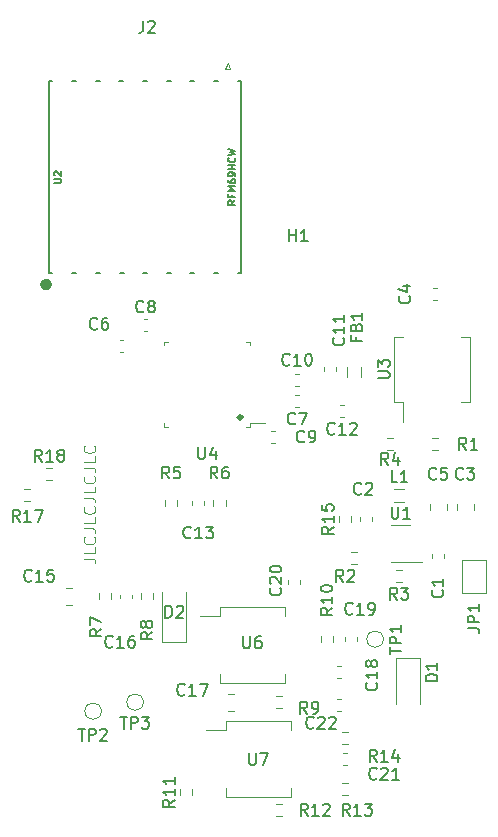
<source format=gbr>
%TF.GenerationSoftware,KiCad,Pcbnew,6.0.11-2627ca5db0~126~ubuntu22.04.1*%
%TF.CreationDate,2023-02-27T20:23:57+01:00*%
%TF.ProjectId,STM32 PIR Sensor,53544d33-3220-4504-9952-2053656e736f,rev?*%
%TF.SameCoordinates,Original*%
%TF.FileFunction,Legend,Top*%
%TF.FilePolarity,Positive*%
%FSLAX46Y46*%
G04 Gerber Fmt 4.6, Leading zero omitted, Abs format (unit mm)*
G04 Created by KiCad (PCBNEW 6.0.11-2627ca5db0~126~ubuntu22.04.1) date 2023-02-27 20:23:57*
%MOMM*%
%LPD*%
G01*
G04 APERTURE LIST*
%ADD10C,0.329000*%
%ADD11C,0.125000*%
%ADD12C,0.150000*%
%ADD13C,0.127000*%
%ADD14C,0.120000*%
%ADD15C,0.203200*%
%ADD16C,0.508000*%
G04 APERTURE END LIST*
D10*
X231558500Y-67564000D02*
G75*
G03*
X231558500Y-67564000I-164500J0D01*
G01*
D11*
X218146380Y-79549047D02*
X218860666Y-79549047D01*
X219003523Y-79596666D01*
X219098761Y-79691904D01*
X219146380Y-79834761D01*
X219146380Y-79930000D01*
X219146380Y-78596666D02*
X219146380Y-79072857D01*
X218146380Y-79072857D01*
X219051142Y-77691904D02*
X219098761Y-77739523D01*
X219146380Y-77882380D01*
X219146380Y-77977619D01*
X219098761Y-78120476D01*
X219003523Y-78215714D01*
X218908285Y-78263333D01*
X218717809Y-78310952D01*
X218574952Y-78310952D01*
X218384476Y-78263333D01*
X218289238Y-78215714D01*
X218194000Y-78120476D01*
X218146380Y-77977619D01*
X218146380Y-77882380D01*
X218194000Y-77739523D01*
X218241619Y-77691904D01*
X218146380Y-76977619D02*
X218860666Y-76977619D01*
X219003523Y-77025238D01*
X219098761Y-77120476D01*
X219146380Y-77263333D01*
X219146380Y-77358571D01*
X219146380Y-76025238D02*
X219146380Y-76501428D01*
X218146380Y-76501428D01*
X219051142Y-75120476D02*
X219098761Y-75168095D01*
X219146380Y-75310952D01*
X219146380Y-75406190D01*
X219098761Y-75549047D01*
X219003523Y-75644285D01*
X218908285Y-75691904D01*
X218717809Y-75739523D01*
X218574952Y-75739523D01*
X218384476Y-75691904D01*
X218289238Y-75644285D01*
X218194000Y-75549047D01*
X218146380Y-75406190D01*
X218146380Y-75310952D01*
X218194000Y-75168095D01*
X218241619Y-75120476D01*
X218146380Y-74406190D02*
X218860666Y-74406190D01*
X219003523Y-74453809D01*
X219098761Y-74549047D01*
X219146380Y-74691904D01*
X219146380Y-74787142D01*
X219146380Y-73453809D02*
X219146380Y-73930000D01*
X218146380Y-73930000D01*
X219051142Y-72549047D02*
X219098761Y-72596666D01*
X219146380Y-72739523D01*
X219146380Y-72834761D01*
X219098761Y-72977619D01*
X219003523Y-73072857D01*
X218908285Y-73120476D01*
X218717809Y-73168095D01*
X218574952Y-73168095D01*
X218384476Y-73120476D01*
X218289238Y-73072857D01*
X218194000Y-72977619D01*
X218146380Y-72834761D01*
X218146380Y-72739523D01*
X218194000Y-72596666D01*
X218241619Y-72549047D01*
X218146380Y-71834761D02*
X218860666Y-71834761D01*
X219003523Y-71882380D01*
X219098761Y-71977619D01*
X219146380Y-72120476D01*
X219146380Y-72215714D01*
X219146380Y-70882380D02*
X219146380Y-71358571D01*
X218146380Y-71358571D01*
X219051142Y-69977619D02*
X219098761Y-70025238D01*
X219146380Y-70168095D01*
X219146380Y-70263333D01*
X219098761Y-70406190D01*
X219003523Y-70501428D01*
X218908285Y-70549047D01*
X218717809Y-70596666D01*
X218574952Y-70596666D01*
X218384476Y-70549047D01*
X218289238Y-70501428D01*
X218194000Y-70406190D01*
X218146380Y-70263333D01*
X218146380Y-70168095D01*
X218194000Y-70025238D01*
X218241619Y-69977619D01*
D12*
%TO.C,R13*%
X240657142Y-101290380D02*
X240323809Y-100814190D01*
X240085714Y-101290380D02*
X240085714Y-100290380D01*
X240466666Y-100290380D01*
X240561904Y-100338000D01*
X240609523Y-100385619D01*
X240657142Y-100480857D01*
X240657142Y-100623714D01*
X240609523Y-100718952D01*
X240561904Y-100766571D01*
X240466666Y-100814190D01*
X240085714Y-100814190D01*
X241609523Y-101290380D02*
X241038095Y-101290380D01*
X241323809Y-101290380D02*
X241323809Y-100290380D01*
X241228571Y-100433238D01*
X241133333Y-100528476D01*
X241038095Y-100576095D01*
X241942857Y-100290380D02*
X242561904Y-100290380D01*
X242228571Y-100671333D01*
X242371428Y-100671333D01*
X242466666Y-100718952D01*
X242514285Y-100766571D01*
X242561904Y-100861809D01*
X242561904Y-101099904D01*
X242514285Y-101195142D01*
X242466666Y-101242761D01*
X242371428Y-101290380D01*
X242085714Y-101290380D01*
X241990476Y-101242761D01*
X241942857Y-101195142D01*
%TO.C,C21*%
X242943142Y-98147142D02*
X242895523Y-98194761D01*
X242752666Y-98242380D01*
X242657428Y-98242380D01*
X242514571Y-98194761D01*
X242419333Y-98099523D01*
X242371714Y-98004285D01*
X242324095Y-97813809D01*
X242324095Y-97670952D01*
X242371714Y-97480476D01*
X242419333Y-97385238D01*
X242514571Y-97290000D01*
X242657428Y-97242380D01*
X242752666Y-97242380D01*
X242895523Y-97290000D01*
X242943142Y-97337619D01*
X243324095Y-97337619D02*
X243371714Y-97290000D01*
X243466952Y-97242380D01*
X243705047Y-97242380D01*
X243800285Y-97290000D01*
X243847904Y-97337619D01*
X243895523Y-97432857D01*
X243895523Y-97528095D01*
X243847904Y-97670952D01*
X243276476Y-98242380D01*
X243895523Y-98242380D01*
X244847904Y-98242380D02*
X244276476Y-98242380D01*
X244562190Y-98242380D02*
X244562190Y-97242380D01*
X244466952Y-97385238D01*
X244371714Y-97480476D01*
X244276476Y-97528095D01*
%TO.C,C15*%
X213733142Y-81383142D02*
X213685523Y-81430761D01*
X213542666Y-81478380D01*
X213447428Y-81478380D01*
X213304571Y-81430761D01*
X213209333Y-81335523D01*
X213161714Y-81240285D01*
X213114095Y-81049809D01*
X213114095Y-80906952D01*
X213161714Y-80716476D01*
X213209333Y-80621238D01*
X213304571Y-80526000D01*
X213447428Y-80478380D01*
X213542666Y-80478380D01*
X213685523Y-80526000D01*
X213733142Y-80573619D01*
X214685523Y-81478380D02*
X214114095Y-81478380D01*
X214399809Y-81478380D02*
X214399809Y-80478380D01*
X214304571Y-80621238D01*
X214209333Y-80716476D01*
X214114095Y-80764095D01*
X215590285Y-80478380D02*
X215114095Y-80478380D01*
X215066476Y-80954571D01*
X215114095Y-80906952D01*
X215209333Y-80859333D01*
X215447428Y-80859333D01*
X215542666Y-80906952D01*
X215590285Y-80954571D01*
X215637904Y-81049809D01*
X215637904Y-81287904D01*
X215590285Y-81383142D01*
X215542666Y-81430761D01*
X215447428Y-81478380D01*
X215209333Y-81478380D01*
X215114095Y-81430761D01*
X215066476Y-81383142D01*
%TO.C,U6*%
X231648095Y-86120380D02*
X231648095Y-86929904D01*
X231695714Y-87025142D01*
X231743333Y-87072761D01*
X231838571Y-87120380D01*
X232029047Y-87120380D01*
X232124285Y-87072761D01*
X232171904Y-87025142D01*
X232219523Y-86929904D01*
X232219523Y-86120380D01*
X233124285Y-86120380D02*
X232933809Y-86120380D01*
X232838571Y-86168000D01*
X232790952Y-86215619D01*
X232695714Y-86358476D01*
X232648095Y-86548952D01*
X232648095Y-86929904D01*
X232695714Y-87025142D01*
X232743333Y-87072761D01*
X232838571Y-87120380D01*
X233029047Y-87120380D01*
X233124285Y-87072761D01*
X233171904Y-87025142D01*
X233219523Y-86929904D01*
X233219523Y-86691809D01*
X233171904Y-86596571D01*
X233124285Y-86548952D01*
X233029047Y-86501333D01*
X232838571Y-86501333D01*
X232743333Y-86548952D01*
X232695714Y-86596571D01*
X232648095Y-86691809D01*
%TO.C,C2*%
X241641333Y-74017142D02*
X241593714Y-74064761D01*
X241450857Y-74112380D01*
X241355619Y-74112380D01*
X241212761Y-74064761D01*
X241117523Y-73969523D01*
X241069904Y-73874285D01*
X241022285Y-73683809D01*
X241022285Y-73540952D01*
X241069904Y-73350476D01*
X241117523Y-73255238D01*
X241212761Y-73160000D01*
X241355619Y-73112380D01*
X241450857Y-73112380D01*
X241593714Y-73160000D01*
X241641333Y-73207619D01*
X242022285Y-73207619D02*
X242069904Y-73160000D01*
X242165142Y-73112380D01*
X242403238Y-73112380D01*
X242498476Y-73160000D01*
X242546095Y-73207619D01*
X242593714Y-73302857D01*
X242593714Y-73398095D01*
X242546095Y-73540952D01*
X241974666Y-74112380D01*
X242593714Y-74112380D01*
%TO.C,R14*%
X242943142Y-96718380D02*
X242609809Y-96242190D01*
X242371714Y-96718380D02*
X242371714Y-95718380D01*
X242752666Y-95718380D01*
X242847904Y-95766000D01*
X242895523Y-95813619D01*
X242943142Y-95908857D01*
X242943142Y-96051714D01*
X242895523Y-96146952D01*
X242847904Y-96194571D01*
X242752666Y-96242190D01*
X242371714Y-96242190D01*
X243895523Y-96718380D02*
X243324095Y-96718380D01*
X243609809Y-96718380D02*
X243609809Y-95718380D01*
X243514571Y-95861238D01*
X243419333Y-95956476D01*
X243324095Y-96004095D01*
X244752666Y-96051714D02*
X244752666Y-96718380D01*
X244514571Y-95670761D02*
X244276476Y-96385047D01*
X244895523Y-96385047D01*
%TO.C,R10*%
X239212380Y-83700857D02*
X238736190Y-84034190D01*
X239212380Y-84272285D02*
X238212380Y-84272285D01*
X238212380Y-83891333D01*
X238260000Y-83796095D01*
X238307619Y-83748476D01*
X238402857Y-83700857D01*
X238545714Y-83700857D01*
X238640952Y-83748476D01*
X238688571Y-83796095D01*
X238736190Y-83891333D01*
X238736190Y-84272285D01*
X239212380Y-82748476D02*
X239212380Y-83319904D01*
X239212380Y-83034190D02*
X238212380Y-83034190D01*
X238355238Y-83129428D01*
X238450476Y-83224666D01*
X238498095Y-83319904D01*
X238212380Y-82129428D02*
X238212380Y-82034190D01*
X238260000Y-81938952D01*
X238307619Y-81891333D01*
X238402857Y-81843714D01*
X238593333Y-81796095D01*
X238831428Y-81796095D01*
X239021904Y-81843714D01*
X239117142Y-81891333D01*
X239164761Y-81938952D01*
X239212380Y-82034190D01*
X239212380Y-82129428D01*
X239164761Y-82224666D01*
X239117142Y-82272285D01*
X239021904Y-82319904D01*
X238831428Y-82367523D01*
X238593333Y-82367523D01*
X238402857Y-82319904D01*
X238307619Y-82272285D01*
X238260000Y-82224666D01*
X238212380Y-82129428D01*
%TO.C,R5*%
X225385333Y-72741880D02*
X225052000Y-72265690D01*
X224813904Y-72741880D02*
X224813904Y-71741880D01*
X225194857Y-71741880D01*
X225290095Y-71789500D01*
X225337714Y-71837119D01*
X225385333Y-71932357D01*
X225385333Y-72075214D01*
X225337714Y-72170452D01*
X225290095Y-72218071D01*
X225194857Y-72265690D01*
X224813904Y-72265690D01*
X226290095Y-71741880D02*
X225813904Y-71741880D01*
X225766285Y-72218071D01*
X225813904Y-72170452D01*
X225909142Y-72122833D01*
X226147238Y-72122833D01*
X226242476Y-72170452D01*
X226290095Y-72218071D01*
X226337714Y-72313309D01*
X226337714Y-72551404D01*
X226290095Y-72646642D01*
X226242476Y-72694261D01*
X226147238Y-72741880D01*
X225909142Y-72741880D01*
X225813904Y-72694261D01*
X225766285Y-72646642D01*
%TO.C,R11*%
X225844380Y-99956857D02*
X225368190Y-100290190D01*
X225844380Y-100528285D02*
X224844380Y-100528285D01*
X224844380Y-100147333D01*
X224892000Y-100052095D01*
X224939619Y-100004476D01*
X225034857Y-99956857D01*
X225177714Y-99956857D01*
X225272952Y-100004476D01*
X225320571Y-100052095D01*
X225368190Y-100147333D01*
X225368190Y-100528285D01*
X225844380Y-99004476D02*
X225844380Y-99575904D01*
X225844380Y-99290190D02*
X224844380Y-99290190D01*
X224987238Y-99385428D01*
X225082476Y-99480666D01*
X225130095Y-99575904D01*
X225844380Y-98052095D02*
X225844380Y-98623523D01*
X225844380Y-98337809D02*
X224844380Y-98337809D01*
X224987238Y-98433047D01*
X225082476Y-98528285D01*
X225130095Y-98623523D01*
%TO.C,R8*%
X223972380Y-85764666D02*
X223496190Y-86098000D01*
X223972380Y-86336095D02*
X222972380Y-86336095D01*
X222972380Y-85955142D01*
X223020000Y-85859904D01*
X223067619Y-85812285D01*
X223162857Y-85764666D01*
X223305714Y-85764666D01*
X223400952Y-85812285D01*
X223448571Y-85859904D01*
X223496190Y-85955142D01*
X223496190Y-86336095D01*
X223400952Y-85193238D02*
X223353333Y-85288476D01*
X223305714Y-85336095D01*
X223210476Y-85383714D01*
X223162857Y-85383714D01*
X223067619Y-85336095D01*
X223020000Y-85288476D01*
X222972380Y-85193238D01*
X222972380Y-85002761D01*
X223020000Y-84907523D01*
X223067619Y-84859904D01*
X223162857Y-84812285D01*
X223210476Y-84812285D01*
X223305714Y-84859904D01*
X223353333Y-84907523D01*
X223400952Y-85002761D01*
X223400952Y-85193238D01*
X223448571Y-85288476D01*
X223496190Y-85336095D01*
X223591428Y-85383714D01*
X223781904Y-85383714D01*
X223877142Y-85336095D01*
X223924761Y-85288476D01*
X223972380Y-85193238D01*
X223972380Y-85002761D01*
X223924761Y-84907523D01*
X223877142Y-84859904D01*
X223781904Y-84812285D01*
X223591428Y-84812285D01*
X223496190Y-84859904D01*
X223448571Y-84907523D01*
X223400952Y-85002761D01*
%TO.C,JP1*%
X250658380Y-85415333D02*
X251372666Y-85415333D01*
X251515523Y-85462952D01*
X251610761Y-85558190D01*
X251658380Y-85701047D01*
X251658380Y-85796285D01*
X251658380Y-84939142D02*
X250658380Y-84939142D01*
X250658380Y-84558190D01*
X250706000Y-84462952D01*
X250753619Y-84415333D01*
X250848857Y-84367714D01*
X250991714Y-84367714D01*
X251086952Y-84415333D01*
X251134571Y-84462952D01*
X251182190Y-84558190D01*
X251182190Y-84939142D01*
X251658380Y-83415333D02*
X251658380Y-83986761D01*
X251658380Y-83701047D02*
X250658380Y-83701047D01*
X250801238Y-83796285D01*
X250896476Y-83891523D01*
X250944095Y-83986761D01*
%TO.C,C17*%
X226687142Y-91035142D02*
X226639523Y-91082761D01*
X226496666Y-91130380D01*
X226401428Y-91130380D01*
X226258571Y-91082761D01*
X226163333Y-90987523D01*
X226115714Y-90892285D01*
X226068095Y-90701809D01*
X226068095Y-90558952D01*
X226115714Y-90368476D01*
X226163333Y-90273238D01*
X226258571Y-90178000D01*
X226401428Y-90130380D01*
X226496666Y-90130380D01*
X226639523Y-90178000D01*
X226687142Y-90225619D01*
X227639523Y-91130380D02*
X227068095Y-91130380D01*
X227353809Y-91130380D02*
X227353809Y-90130380D01*
X227258571Y-90273238D01*
X227163333Y-90368476D01*
X227068095Y-90416095D01*
X227972857Y-90130380D02*
X228639523Y-90130380D01*
X228210952Y-91130380D01*
%TO.C,J2*%
X223186666Y-33996380D02*
X223186666Y-34710666D01*
X223139047Y-34853523D01*
X223043809Y-34948761D01*
X222900952Y-34996380D01*
X222805714Y-34996380D01*
X223615238Y-34091619D02*
X223662857Y-34044000D01*
X223758095Y-33996380D01*
X223996190Y-33996380D01*
X224091428Y-34044000D01*
X224139047Y-34091619D01*
X224186666Y-34186857D01*
X224186666Y-34282095D01*
X224139047Y-34424952D01*
X223567619Y-34996380D01*
X224186666Y-34996380D01*
%TO.C,U1*%
X244226595Y-75144380D02*
X244226595Y-75953904D01*
X244274214Y-76049142D01*
X244321833Y-76096761D01*
X244417071Y-76144380D01*
X244607547Y-76144380D01*
X244702785Y-76096761D01*
X244750404Y-76049142D01*
X244798023Y-75953904D01*
X244798023Y-75144380D01*
X245798023Y-76144380D02*
X245226595Y-76144380D01*
X245512309Y-76144380D02*
X245512309Y-75144380D01*
X245417071Y-75287238D01*
X245321833Y-75382476D01*
X245226595Y-75430095D01*
%TO.C,TP3*%
X221242095Y-92924380D02*
X221813523Y-92924380D01*
X221527809Y-93924380D02*
X221527809Y-92924380D01*
X222146857Y-93924380D02*
X222146857Y-92924380D01*
X222527809Y-92924380D01*
X222623047Y-92972000D01*
X222670666Y-93019619D01*
X222718285Y-93114857D01*
X222718285Y-93257714D01*
X222670666Y-93352952D01*
X222623047Y-93400571D01*
X222527809Y-93448190D01*
X222146857Y-93448190D01*
X223051619Y-92924380D02*
X223670666Y-92924380D01*
X223337333Y-93305333D01*
X223480190Y-93305333D01*
X223575428Y-93352952D01*
X223623047Y-93400571D01*
X223670666Y-93495809D01*
X223670666Y-93733904D01*
X223623047Y-93829142D01*
X223575428Y-93876761D01*
X223480190Y-93924380D01*
X223194476Y-93924380D01*
X223099238Y-93876761D01*
X223051619Y-93829142D01*
%TO.C,C16*%
X220591142Y-86971142D02*
X220543523Y-87018761D01*
X220400666Y-87066380D01*
X220305428Y-87066380D01*
X220162571Y-87018761D01*
X220067333Y-86923523D01*
X220019714Y-86828285D01*
X219972095Y-86637809D01*
X219972095Y-86494952D01*
X220019714Y-86304476D01*
X220067333Y-86209238D01*
X220162571Y-86114000D01*
X220305428Y-86066380D01*
X220400666Y-86066380D01*
X220543523Y-86114000D01*
X220591142Y-86161619D01*
X221543523Y-87066380D02*
X220972095Y-87066380D01*
X221257809Y-87066380D02*
X221257809Y-86066380D01*
X221162571Y-86209238D01*
X221067333Y-86304476D01*
X220972095Y-86352095D01*
X222400666Y-86066380D02*
X222210190Y-86066380D01*
X222114952Y-86114000D01*
X222067333Y-86161619D01*
X221972095Y-86304476D01*
X221924476Y-86494952D01*
X221924476Y-86875904D01*
X221972095Y-86971142D01*
X222019714Y-87018761D01*
X222114952Y-87066380D01*
X222305428Y-87066380D01*
X222400666Y-87018761D01*
X222448285Y-86971142D01*
X222495904Y-86875904D01*
X222495904Y-86637809D01*
X222448285Y-86542571D01*
X222400666Y-86494952D01*
X222305428Y-86447333D01*
X222114952Y-86447333D01*
X222019714Y-86494952D01*
X221972095Y-86542571D01*
X221924476Y-86637809D01*
%TO.C,U4*%
X227838095Y-70102380D02*
X227838095Y-70911904D01*
X227885714Y-71007142D01*
X227933333Y-71054761D01*
X228028571Y-71102380D01*
X228219047Y-71102380D01*
X228314285Y-71054761D01*
X228361904Y-71007142D01*
X228409523Y-70911904D01*
X228409523Y-70102380D01*
X229314285Y-70435714D02*
X229314285Y-71102380D01*
X229076190Y-70054761D02*
X228838095Y-70769047D01*
X229457142Y-70769047D01*
%TO.C,C3*%
X250277333Y-72747142D02*
X250229714Y-72794761D01*
X250086857Y-72842380D01*
X249991619Y-72842380D01*
X249848761Y-72794761D01*
X249753523Y-72699523D01*
X249705904Y-72604285D01*
X249658285Y-72413809D01*
X249658285Y-72270952D01*
X249705904Y-72080476D01*
X249753523Y-71985238D01*
X249848761Y-71890000D01*
X249991619Y-71842380D01*
X250086857Y-71842380D01*
X250229714Y-71890000D01*
X250277333Y-71937619D01*
X250610666Y-71842380D02*
X251229714Y-71842380D01*
X250896380Y-72223333D01*
X251039238Y-72223333D01*
X251134476Y-72270952D01*
X251182095Y-72318571D01*
X251229714Y-72413809D01*
X251229714Y-72651904D01*
X251182095Y-72747142D01*
X251134476Y-72794761D01*
X251039238Y-72842380D01*
X250753523Y-72842380D01*
X250658285Y-72794761D01*
X250610666Y-72747142D01*
%TO.C,R6*%
X229474333Y-72741880D02*
X229141000Y-72265690D01*
X228902904Y-72741880D02*
X228902904Y-71741880D01*
X229283857Y-71741880D01*
X229379095Y-71789500D01*
X229426714Y-71837119D01*
X229474333Y-71932357D01*
X229474333Y-72075214D01*
X229426714Y-72170452D01*
X229379095Y-72218071D01*
X229283857Y-72265690D01*
X228902904Y-72265690D01*
X230331476Y-71741880D02*
X230141000Y-71741880D01*
X230045761Y-71789500D01*
X229998142Y-71837119D01*
X229902904Y-71979976D01*
X229855285Y-72170452D01*
X229855285Y-72551404D01*
X229902904Y-72646642D01*
X229950523Y-72694261D01*
X230045761Y-72741880D01*
X230236238Y-72741880D01*
X230331476Y-72694261D01*
X230379095Y-72646642D01*
X230426714Y-72551404D01*
X230426714Y-72313309D01*
X230379095Y-72218071D01*
X230331476Y-72170452D01*
X230236238Y-72122833D01*
X230045761Y-72122833D01*
X229950523Y-72170452D01*
X229902904Y-72218071D01*
X229855285Y-72313309D01*
%TO.C,R2*%
X240117333Y-81478380D02*
X239784000Y-81002190D01*
X239545904Y-81478380D02*
X239545904Y-80478380D01*
X239926857Y-80478380D01*
X240022095Y-80526000D01*
X240069714Y-80573619D01*
X240117333Y-80668857D01*
X240117333Y-80811714D01*
X240069714Y-80906952D01*
X240022095Y-80954571D01*
X239926857Y-81002190D01*
X239545904Y-81002190D01*
X240498285Y-80573619D02*
X240545904Y-80526000D01*
X240641142Y-80478380D01*
X240879238Y-80478380D01*
X240974476Y-80526000D01*
X241022095Y-80573619D01*
X241069714Y-80668857D01*
X241069714Y-80764095D01*
X241022095Y-80906952D01*
X240450666Y-81478380D01*
X241069714Y-81478380D01*
%TO.C,C5*%
X247991333Y-72747142D02*
X247943714Y-72794761D01*
X247800857Y-72842380D01*
X247705619Y-72842380D01*
X247562761Y-72794761D01*
X247467523Y-72699523D01*
X247419904Y-72604285D01*
X247372285Y-72413809D01*
X247372285Y-72270952D01*
X247419904Y-72080476D01*
X247467523Y-71985238D01*
X247562761Y-71890000D01*
X247705619Y-71842380D01*
X247800857Y-71842380D01*
X247943714Y-71890000D01*
X247991333Y-71937619D01*
X248896095Y-71842380D02*
X248419904Y-71842380D01*
X248372285Y-72318571D01*
X248419904Y-72270952D01*
X248515142Y-72223333D01*
X248753238Y-72223333D01*
X248848476Y-72270952D01*
X248896095Y-72318571D01*
X248943714Y-72413809D01*
X248943714Y-72651904D01*
X248896095Y-72747142D01*
X248848476Y-72794761D01*
X248753238Y-72842380D01*
X248515142Y-72842380D01*
X248419904Y-72794761D01*
X248372285Y-72747142D01*
%TO.C,R7*%
X219654380Y-85510666D02*
X219178190Y-85844000D01*
X219654380Y-86082095D02*
X218654380Y-86082095D01*
X218654380Y-85701142D01*
X218702000Y-85605904D01*
X218749619Y-85558285D01*
X218844857Y-85510666D01*
X218987714Y-85510666D01*
X219082952Y-85558285D01*
X219130571Y-85605904D01*
X219178190Y-85701142D01*
X219178190Y-86082095D01*
X218654380Y-85177333D02*
X218654380Y-84510666D01*
X219654380Y-84939238D01*
%TO.C,R3*%
X244689333Y-83002380D02*
X244356000Y-82526190D01*
X244117904Y-83002380D02*
X244117904Y-82002380D01*
X244498857Y-82002380D01*
X244594095Y-82050000D01*
X244641714Y-82097619D01*
X244689333Y-82192857D01*
X244689333Y-82335714D01*
X244641714Y-82430952D01*
X244594095Y-82478571D01*
X244498857Y-82526190D01*
X244117904Y-82526190D01*
X245022666Y-82002380D02*
X245641714Y-82002380D01*
X245308380Y-82383333D01*
X245451238Y-82383333D01*
X245546476Y-82430952D01*
X245594095Y-82478571D01*
X245641714Y-82573809D01*
X245641714Y-82811904D01*
X245594095Y-82907142D01*
X245546476Y-82954761D01*
X245451238Y-83002380D01*
X245165523Y-83002380D01*
X245070285Y-82954761D01*
X245022666Y-82907142D01*
%TO.C,C10*%
X235577142Y-63095142D02*
X235529523Y-63142761D01*
X235386666Y-63190380D01*
X235291428Y-63190380D01*
X235148571Y-63142761D01*
X235053333Y-63047523D01*
X235005714Y-62952285D01*
X234958095Y-62761809D01*
X234958095Y-62618952D01*
X235005714Y-62428476D01*
X235053333Y-62333238D01*
X235148571Y-62238000D01*
X235291428Y-62190380D01*
X235386666Y-62190380D01*
X235529523Y-62238000D01*
X235577142Y-62285619D01*
X236529523Y-63190380D02*
X235958095Y-63190380D01*
X236243809Y-63190380D02*
X236243809Y-62190380D01*
X236148571Y-62333238D01*
X236053333Y-62428476D01*
X235958095Y-62476095D01*
X237148571Y-62190380D02*
X237243809Y-62190380D01*
X237339047Y-62238000D01*
X237386666Y-62285619D01*
X237434285Y-62380857D01*
X237481904Y-62571333D01*
X237481904Y-62809428D01*
X237434285Y-62999904D01*
X237386666Y-63095142D01*
X237339047Y-63142761D01*
X237243809Y-63190380D01*
X237148571Y-63190380D01*
X237053333Y-63142761D01*
X237005714Y-63095142D01*
X236958095Y-62999904D01*
X236910476Y-62809428D01*
X236910476Y-62571333D01*
X236958095Y-62380857D01*
X237005714Y-62285619D01*
X237053333Y-62238000D01*
X237148571Y-62190380D01*
%TO.C,R17*%
X212717142Y-76398380D02*
X212383809Y-75922190D01*
X212145714Y-76398380D02*
X212145714Y-75398380D01*
X212526666Y-75398380D01*
X212621904Y-75446000D01*
X212669523Y-75493619D01*
X212717142Y-75588857D01*
X212717142Y-75731714D01*
X212669523Y-75826952D01*
X212621904Y-75874571D01*
X212526666Y-75922190D01*
X212145714Y-75922190D01*
X213669523Y-76398380D02*
X213098095Y-76398380D01*
X213383809Y-76398380D02*
X213383809Y-75398380D01*
X213288571Y-75541238D01*
X213193333Y-75636476D01*
X213098095Y-75684095D01*
X214002857Y-75398380D02*
X214669523Y-75398380D01*
X214240952Y-76398380D01*
%TO.C,L1*%
X244689333Y-73070380D02*
X244213142Y-73070380D01*
X244213142Y-72070380D01*
X245546476Y-73070380D02*
X244975047Y-73070380D01*
X245260761Y-73070380D02*
X245260761Y-72070380D01*
X245165523Y-72213238D01*
X245070285Y-72308476D01*
X244975047Y-72356095D01*
%TO.C,R15*%
X239306380Y-76842857D02*
X238830190Y-77176190D01*
X239306380Y-77414285D02*
X238306380Y-77414285D01*
X238306380Y-77033333D01*
X238354000Y-76938095D01*
X238401619Y-76890476D01*
X238496857Y-76842857D01*
X238639714Y-76842857D01*
X238734952Y-76890476D01*
X238782571Y-76938095D01*
X238830190Y-77033333D01*
X238830190Y-77414285D01*
X239306380Y-75890476D02*
X239306380Y-76461904D01*
X239306380Y-76176190D02*
X238306380Y-76176190D01*
X238449238Y-76271428D01*
X238544476Y-76366666D01*
X238592095Y-76461904D01*
X238306380Y-74985714D02*
X238306380Y-75461904D01*
X238782571Y-75509523D01*
X238734952Y-75461904D01*
X238687333Y-75366666D01*
X238687333Y-75128571D01*
X238734952Y-75033333D01*
X238782571Y-74985714D01*
X238877809Y-74938095D01*
X239115904Y-74938095D01*
X239211142Y-74985714D01*
X239258761Y-75033333D01*
X239306380Y-75128571D01*
X239306380Y-75366666D01*
X239258761Y-75461904D01*
X239211142Y-75509523D01*
%TO.C,C8*%
X223210333Y-58593142D02*
X223162714Y-58640761D01*
X223019857Y-58688380D01*
X222924619Y-58688380D01*
X222781761Y-58640761D01*
X222686523Y-58545523D01*
X222638904Y-58450285D01*
X222591285Y-58259809D01*
X222591285Y-58116952D01*
X222638904Y-57926476D01*
X222686523Y-57831238D01*
X222781761Y-57736000D01*
X222924619Y-57688380D01*
X223019857Y-57688380D01*
X223162714Y-57736000D01*
X223210333Y-57783619D01*
X223781761Y-58116952D02*
X223686523Y-58069333D01*
X223638904Y-58021714D01*
X223591285Y-57926476D01*
X223591285Y-57878857D01*
X223638904Y-57783619D01*
X223686523Y-57736000D01*
X223781761Y-57688380D01*
X223972238Y-57688380D01*
X224067476Y-57736000D01*
X224115095Y-57783619D01*
X224162714Y-57878857D01*
X224162714Y-57926476D01*
X224115095Y-58021714D01*
X224067476Y-58069333D01*
X223972238Y-58116952D01*
X223781761Y-58116952D01*
X223686523Y-58164571D01*
X223638904Y-58212190D01*
X223591285Y-58307428D01*
X223591285Y-58497904D01*
X223638904Y-58593142D01*
X223686523Y-58640761D01*
X223781761Y-58688380D01*
X223972238Y-58688380D01*
X224067476Y-58640761D01*
X224115095Y-58593142D01*
X224162714Y-58497904D01*
X224162714Y-58307428D01*
X224115095Y-58212190D01*
X224067476Y-58164571D01*
X223972238Y-58116952D01*
%TO.C,C7*%
X236053333Y-68074642D02*
X236005714Y-68122261D01*
X235862857Y-68169880D01*
X235767619Y-68169880D01*
X235624761Y-68122261D01*
X235529523Y-68027023D01*
X235481904Y-67931785D01*
X235434285Y-67741309D01*
X235434285Y-67598452D01*
X235481904Y-67407976D01*
X235529523Y-67312738D01*
X235624761Y-67217500D01*
X235767619Y-67169880D01*
X235862857Y-67169880D01*
X236005714Y-67217500D01*
X236053333Y-67265119D01*
X236386666Y-67169880D02*
X237053333Y-67169880D01*
X236624761Y-68169880D01*
%TO.C,R12*%
X237101142Y-101290380D02*
X236767809Y-100814190D01*
X236529714Y-101290380D02*
X236529714Y-100290380D01*
X236910666Y-100290380D01*
X237005904Y-100338000D01*
X237053523Y-100385619D01*
X237101142Y-100480857D01*
X237101142Y-100623714D01*
X237053523Y-100718952D01*
X237005904Y-100766571D01*
X236910666Y-100814190D01*
X236529714Y-100814190D01*
X238053523Y-101290380D02*
X237482095Y-101290380D01*
X237767809Y-101290380D02*
X237767809Y-100290380D01*
X237672571Y-100433238D01*
X237577333Y-100528476D01*
X237482095Y-100576095D01*
X238434476Y-100385619D02*
X238482095Y-100338000D01*
X238577333Y-100290380D01*
X238815428Y-100290380D01*
X238910666Y-100338000D01*
X238958285Y-100385619D01*
X239005904Y-100480857D01*
X239005904Y-100576095D01*
X238958285Y-100718952D01*
X238386857Y-101290380D01*
X239005904Y-101290380D01*
%TO.C,C1*%
X248515142Y-82208666D02*
X248562761Y-82256285D01*
X248610380Y-82399142D01*
X248610380Y-82494380D01*
X248562761Y-82637238D01*
X248467523Y-82732476D01*
X248372285Y-82780095D01*
X248181809Y-82827714D01*
X248038952Y-82827714D01*
X247848476Y-82780095D01*
X247753238Y-82732476D01*
X247658000Y-82637238D01*
X247610380Y-82494380D01*
X247610380Y-82399142D01*
X247658000Y-82256285D01*
X247705619Y-82208666D01*
X248610380Y-81256285D02*
X248610380Y-81827714D01*
X248610380Y-81542000D02*
X247610380Y-81542000D01*
X247753238Y-81637238D01*
X247848476Y-81732476D01*
X247896095Y-81827714D01*
%TO.C,C9*%
X236815333Y-69598642D02*
X236767714Y-69646261D01*
X236624857Y-69693880D01*
X236529619Y-69693880D01*
X236386761Y-69646261D01*
X236291523Y-69551023D01*
X236243904Y-69455785D01*
X236196285Y-69265309D01*
X236196285Y-69122452D01*
X236243904Y-68931976D01*
X236291523Y-68836738D01*
X236386761Y-68741500D01*
X236529619Y-68693880D01*
X236624857Y-68693880D01*
X236767714Y-68741500D01*
X236815333Y-68789119D01*
X237291523Y-69693880D02*
X237482000Y-69693880D01*
X237577238Y-69646261D01*
X237624857Y-69598642D01*
X237720095Y-69455785D01*
X237767714Y-69265309D01*
X237767714Y-68884357D01*
X237720095Y-68789119D01*
X237672476Y-68741500D01*
X237577238Y-68693880D01*
X237386761Y-68693880D01*
X237291523Y-68741500D01*
X237243904Y-68789119D01*
X237196285Y-68884357D01*
X237196285Y-69122452D01*
X237243904Y-69217690D01*
X237291523Y-69265309D01*
X237386761Y-69312928D01*
X237577238Y-69312928D01*
X237672476Y-69265309D01*
X237720095Y-69217690D01*
X237767714Y-69122452D01*
D13*
%TO.C,U2*%
X215647451Y-47708457D02*
X216140937Y-47708457D01*
X216198994Y-47679428D01*
X216228022Y-47650400D01*
X216257051Y-47592342D01*
X216257051Y-47476228D01*
X216228022Y-47418171D01*
X216198994Y-47389142D01*
X216140937Y-47360114D01*
X215647451Y-47360114D01*
X215705508Y-47098857D02*
X215676480Y-47069828D01*
X215647451Y-47011771D01*
X215647451Y-46866628D01*
X215676480Y-46808571D01*
X215705508Y-46779542D01*
X215763565Y-46750514D01*
X215821622Y-46750514D01*
X215908708Y-46779542D01*
X216257051Y-47127885D01*
X216257051Y-46750514D01*
X230989051Y-49217942D02*
X230698765Y-49421142D01*
X230989051Y-49566285D02*
X230379451Y-49566285D01*
X230379451Y-49334057D01*
X230408480Y-49276000D01*
X230437508Y-49246971D01*
X230495565Y-49217942D01*
X230582651Y-49217942D01*
X230640708Y-49246971D01*
X230669737Y-49276000D01*
X230698765Y-49334057D01*
X230698765Y-49566285D01*
X230669737Y-48753485D02*
X230669737Y-48956685D01*
X230989051Y-48956685D02*
X230379451Y-48956685D01*
X230379451Y-48666400D01*
X230989051Y-48434171D02*
X230379451Y-48434171D01*
X230814880Y-48230971D01*
X230379451Y-48027771D01*
X230989051Y-48027771D01*
X230379451Y-47476228D02*
X230379451Y-47592342D01*
X230408480Y-47650400D01*
X230437508Y-47679428D01*
X230524594Y-47737485D01*
X230640708Y-47766514D01*
X230872937Y-47766514D01*
X230930994Y-47737485D01*
X230960022Y-47708457D01*
X230989051Y-47650400D01*
X230989051Y-47534285D01*
X230960022Y-47476228D01*
X230930994Y-47447200D01*
X230872937Y-47418171D01*
X230727794Y-47418171D01*
X230669737Y-47447200D01*
X230640708Y-47476228D01*
X230611680Y-47534285D01*
X230611680Y-47650400D01*
X230640708Y-47708457D01*
X230669737Y-47737485D01*
X230727794Y-47766514D01*
X230989051Y-47127885D02*
X230989051Y-47011771D01*
X230960022Y-46953714D01*
X230930994Y-46924685D01*
X230843908Y-46866628D01*
X230727794Y-46837600D01*
X230495565Y-46837600D01*
X230437508Y-46866628D01*
X230408480Y-46895657D01*
X230379451Y-46953714D01*
X230379451Y-47069828D01*
X230408480Y-47127885D01*
X230437508Y-47156914D01*
X230495565Y-47185942D01*
X230640708Y-47185942D01*
X230698765Y-47156914D01*
X230727794Y-47127885D01*
X230756822Y-47069828D01*
X230756822Y-46953714D01*
X230727794Y-46895657D01*
X230698765Y-46866628D01*
X230640708Y-46837600D01*
X230989051Y-46576342D02*
X230379451Y-46576342D01*
X230669737Y-46576342D02*
X230669737Y-46228000D01*
X230989051Y-46228000D02*
X230379451Y-46228000D01*
X230930994Y-45589371D02*
X230960022Y-45618400D01*
X230989051Y-45705485D01*
X230989051Y-45763542D01*
X230960022Y-45850628D01*
X230901965Y-45908685D01*
X230843908Y-45937714D01*
X230727794Y-45966742D01*
X230640708Y-45966742D01*
X230524594Y-45937714D01*
X230466537Y-45908685D01*
X230408480Y-45850628D01*
X230379451Y-45763542D01*
X230379451Y-45705485D01*
X230408480Y-45618400D01*
X230437508Y-45589371D01*
X230379451Y-45386171D02*
X230989051Y-45241028D01*
X230553622Y-45124914D01*
X230989051Y-45008800D01*
X230379451Y-44863657D01*
D12*
%TO.C,U3*%
X243052380Y-64261904D02*
X243861904Y-64261904D01*
X243957142Y-64214285D01*
X244004761Y-64166666D01*
X244052380Y-64071428D01*
X244052380Y-63880952D01*
X244004761Y-63785714D01*
X243957142Y-63738095D01*
X243861904Y-63690476D01*
X243052380Y-63690476D01*
X243052380Y-63309523D02*
X243052380Y-62690476D01*
X243433333Y-63023809D01*
X243433333Y-62880952D01*
X243480952Y-62785714D01*
X243528571Y-62738095D01*
X243623809Y-62690476D01*
X243861904Y-62690476D01*
X243957142Y-62738095D01*
X244004761Y-62785714D01*
X244052380Y-62880952D01*
X244052380Y-63166666D01*
X244004761Y-63261904D01*
X243957142Y-63309523D01*
%TO.C,C22*%
X237609142Y-93829142D02*
X237561523Y-93876761D01*
X237418666Y-93924380D01*
X237323428Y-93924380D01*
X237180571Y-93876761D01*
X237085333Y-93781523D01*
X237037714Y-93686285D01*
X236990095Y-93495809D01*
X236990095Y-93352952D01*
X237037714Y-93162476D01*
X237085333Y-93067238D01*
X237180571Y-92972000D01*
X237323428Y-92924380D01*
X237418666Y-92924380D01*
X237561523Y-92972000D01*
X237609142Y-93019619D01*
X237990095Y-93019619D02*
X238037714Y-92972000D01*
X238132952Y-92924380D01*
X238371047Y-92924380D01*
X238466285Y-92972000D01*
X238513904Y-93019619D01*
X238561523Y-93114857D01*
X238561523Y-93210095D01*
X238513904Y-93352952D01*
X237942476Y-93924380D01*
X238561523Y-93924380D01*
X238942476Y-93019619D02*
X238990095Y-92972000D01*
X239085333Y-92924380D01*
X239323428Y-92924380D01*
X239418666Y-92972000D01*
X239466285Y-93019619D01*
X239513904Y-93114857D01*
X239513904Y-93210095D01*
X239466285Y-93352952D01*
X238894857Y-93924380D01*
X239513904Y-93924380D01*
%TO.C,D2*%
X225067904Y-84526380D02*
X225067904Y-83526380D01*
X225306000Y-83526380D01*
X225448857Y-83574000D01*
X225544095Y-83669238D01*
X225591714Y-83764476D01*
X225639333Y-83954952D01*
X225639333Y-84097809D01*
X225591714Y-84288285D01*
X225544095Y-84383523D01*
X225448857Y-84478761D01*
X225306000Y-84526380D01*
X225067904Y-84526380D01*
X226020285Y-83621619D02*
X226067904Y-83574000D01*
X226163142Y-83526380D01*
X226401238Y-83526380D01*
X226496476Y-83574000D01*
X226544095Y-83621619D01*
X226591714Y-83716857D01*
X226591714Y-83812095D01*
X226544095Y-83954952D01*
X225972666Y-84526380D01*
X226591714Y-84526380D01*
%TO.C,R18*%
X214598642Y-71318380D02*
X214265309Y-70842190D01*
X214027214Y-71318380D02*
X214027214Y-70318380D01*
X214408166Y-70318380D01*
X214503404Y-70366000D01*
X214551023Y-70413619D01*
X214598642Y-70508857D01*
X214598642Y-70651714D01*
X214551023Y-70746952D01*
X214503404Y-70794571D01*
X214408166Y-70842190D01*
X214027214Y-70842190D01*
X215551023Y-71318380D02*
X214979595Y-71318380D01*
X215265309Y-71318380D02*
X215265309Y-70318380D01*
X215170071Y-70461238D01*
X215074833Y-70556476D01*
X214979595Y-70604095D01*
X216122452Y-70746952D02*
X216027214Y-70699333D01*
X215979595Y-70651714D01*
X215931976Y-70556476D01*
X215931976Y-70508857D01*
X215979595Y-70413619D01*
X216027214Y-70366000D01*
X216122452Y-70318380D01*
X216312928Y-70318380D01*
X216408166Y-70366000D01*
X216455785Y-70413619D01*
X216503404Y-70508857D01*
X216503404Y-70556476D01*
X216455785Y-70651714D01*
X216408166Y-70699333D01*
X216312928Y-70746952D01*
X216122452Y-70746952D01*
X216027214Y-70794571D01*
X215979595Y-70842190D01*
X215931976Y-70937428D01*
X215931976Y-71127904D01*
X215979595Y-71223142D01*
X216027214Y-71270761D01*
X216122452Y-71318380D01*
X216312928Y-71318380D01*
X216408166Y-71270761D01*
X216455785Y-71223142D01*
X216503404Y-71127904D01*
X216503404Y-70937428D01*
X216455785Y-70842190D01*
X216408166Y-70794571D01*
X216312928Y-70746952D01*
%TO.C,C6*%
X219289333Y-60047142D02*
X219241714Y-60094761D01*
X219098857Y-60142380D01*
X219003619Y-60142380D01*
X218860761Y-60094761D01*
X218765523Y-59999523D01*
X218717904Y-59904285D01*
X218670285Y-59713809D01*
X218670285Y-59570952D01*
X218717904Y-59380476D01*
X218765523Y-59285238D01*
X218860761Y-59190000D01*
X219003619Y-59142380D01*
X219098857Y-59142380D01*
X219241714Y-59190000D01*
X219289333Y-59237619D01*
X220146476Y-59142380D02*
X219956000Y-59142380D01*
X219860761Y-59190000D01*
X219813142Y-59237619D01*
X219717904Y-59380476D01*
X219670285Y-59570952D01*
X219670285Y-59951904D01*
X219717904Y-60047142D01*
X219765523Y-60094761D01*
X219860761Y-60142380D01*
X220051238Y-60142380D01*
X220146476Y-60094761D01*
X220194095Y-60047142D01*
X220241714Y-59951904D01*
X220241714Y-59713809D01*
X220194095Y-59618571D01*
X220146476Y-59570952D01*
X220051238Y-59523333D01*
X219860761Y-59523333D01*
X219765523Y-59570952D01*
X219717904Y-59618571D01*
X219670285Y-59713809D01*
%TO.C,U7*%
X232156095Y-96000380D02*
X232156095Y-96809904D01*
X232203714Y-96905142D01*
X232251333Y-96952761D01*
X232346571Y-97000380D01*
X232537047Y-97000380D01*
X232632285Y-96952761D01*
X232679904Y-96905142D01*
X232727523Y-96809904D01*
X232727523Y-96000380D01*
X233108476Y-96000380D02*
X233775142Y-96000380D01*
X233346571Y-97000380D01*
%TO.C,R1*%
X250531333Y-70302380D02*
X250198000Y-69826190D01*
X249959904Y-70302380D02*
X249959904Y-69302380D01*
X250340857Y-69302380D01*
X250436095Y-69350000D01*
X250483714Y-69397619D01*
X250531333Y-69492857D01*
X250531333Y-69635714D01*
X250483714Y-69730952D01*
X250436095Y-69778571D01*
X250340857Y-69826190D01*
X249959904Y-69826190D01*
X251483714Y-70302380D02*
X250912285Y-70302380D01*
X251198000Y-70302380D02*
X251198000Y-69302380D01*
X251102761Y-69445238D01*
X251007523Y-69540476D01*
X250912285Y-69588095D01*
%TO.C,TP2*%
X217686095Y-93940380D02*
X218257523Y-93940380D01*
X217971809Y-94940380D02*
X217971809Y-93940380D01*
X218590857Y-94940380D02*
X218590857Y-93940380D01*
X218971809Y-93940380D01*
X219067047Y-93988000D01*
X219114666Y-94035619D01*
X219162285Y-94130857D01*
X219162285Y-94273714D01*
X219114666Y-94368952D01*
X219067047Y-94416571D01*
X218971809Y-94464190D01*
X218590857Y-94464190D01*
X219543238Y-94035619D02*
X219590857Y-93988000D01*
X219686095Y-93940380D01*
X219924190Y-93940380D01*
X220019428Y-93988000D01*
X220067047Y-94035619D01*
X220114666Y-94130857D01*
X220114666Y-94226095D01*
X220067047Y-94368952D01*
X219495619Y-94940380D01*
X220114666Y-94940380D01*
%TO.C,R4*%
X243927333Y-71572380D02*
X243594000Y-71096190D01*
X243355904Y-71572380D02*
X243355904Y-70572380D01*
X243736857Y-70572380D01*
X243832095Y-70620000D01*
X243879714Y-70667619D01*
X243927333Y-70762857D01*
X243927333Y-70905714D01*
X243879714Y-71000952D01*
X243832095Y-71048571D01*
X243736857Y-71096190D01*
X243355904Y-71096190D01*
X244784476Y-70905714D02*
X244784476Y-71572380D01*
X244546380Y-70524761D02*
X244308285Y-71239047D01*
X244927333Y-71239047D01*
%TO.C,C4*%
X245721142Y-57316666D02*
X245768761Y-57364285D01*
X245816380Y-57507142D01*
X245816380Y-57602380D01*
X245768761Y-57745238D01*
X245673523Y-57840476D01*
X245578285Y-57888095D01*
X245387809Y-57935714D01*
X245244952Y-57935714D01*
X245054476Y-57888095D01*
X244959238Y-57840476D01*
X244864000Y-57745238D01*
X244816380Y-57602380D01*
X244816380Y-57507142D01*
X244864000Y-57364285D01*
X244911619Y-57316666D01*
X245149714Y-56459523D02*
X245816380Y-56459523D01*
X244768761Y-56697619D02*
X245483047Y-56935714D01*
X245483047Y-56316666D01*
%TO.C,FB1*%
X241228571Y-60777333D02*
X241228571Y-61110666D01*
X241752380Y-61110666D02*
X240752380Y-61110666D01*
X240752380Y-60634476D01*
X241228571Y-59920190D02*
X241276190Y-59777333D01*
X241323809Y-59729714D01*
X241419047Y-59682095D01*
X241561904Y-59682095D01*
X241657142Y-59729714D01*
X241704761Y-59777333D01*
X241752380Y-59872571D01*
X241752380Y-60253523D01*
X240752380Y-60253523D01*
X240752380Y-59920190D01*
X240800000Y-59824952D01*
X240847619Y-59777333D01*
X240942857Y-59729714D01*
X241038095Y-59729714D01*
X241133333Y-59777333D01*
X241180952Y-59824952D01*
X241228571Y-59920190D01*
X241228571Y-60253523D01*
X241752380Y-58729714D02*
X241752380Y-59301142D01*
X241752380Y-59015428D02*
X240752380Y-59015428D01*
X240895238Y-59110666D01*
X240990476Y-59205904D01*
X241038095Y-59301142D01*
%TO.C,TP1*%
X244054380Y-87621904D02*
X244054380Y-87050476D01*
X245054380Y-87336190D02*
X244054380Y-87336190D01*
X245054380Y-86717142D02*
X244054380Y-86717142D01*
X244054380Y-86336190D01*
X244102000Y-86240952D01*
X244149619Y-86193333D01*
X244244857Y-86145714D01*
X244387714Y-86145714D01*
X244482952Y-86193333D01*
X244530571Y-86240952D01*
X244578190Y-86336190D01*
X244578190Y-86717142D01*
X245054380Y-85193333D02*
X245054380Y-85764761D01*
X245054380Y-85479047D02*
X244054380Y-85479047D01*
X244197238Y-85574285D01*
X244292476Y-85669523D01*
X244340095Y-85764761D01*
%TO.C,C18*%
X242927142Y-90050857D02*
X242974761Y-90098476D01*
X243022380Y-90241333D01*
X243022380Y-90336571D01*
X242974761Y-90479428D01*
X242879523Y-90574666D01*
X242784285Y-90622285D01*
X242593809Y-90669904D01*
X242450952Y-90669904D01*
X242260476Y-90622285D01*
X242165238Y-90574666D01*
X242070000Y-90479428D01*
X242022380Y-90336571D01*
X242022380Y-90241333D01*
X242070000Y-90098476D01*
X242117619Y-90050857D01*
X243022380Y-89098476D02*
X243022380Y-89669904D01*
X243022380Y-89384190D02*
X242022380Y-89384190D01*
X242165238Y-89479428D01*
X242260476Y-89574666D01*
X242308095Y-89669904D01*
X242450952Y-88527047D02*
X242403333Y-88622285D01*
X242355714Y-88669904D01*
X242260476Y-88717523D01*
X242212857Y-88717523D01*
X242117619Y-88669904D01*
X242070000Y-88622285D01*
X242022380Y-88527047D01*
X242022380Y-88336571D01*
X242070000Y-88241333D01*
X242117619Y-88193714D01*
X242212857Y-88146095D01*
X242260476Y-88146095D01*
X242355714Y-88193714D01*
X242403333Y-88241333D01*
X242450952Y-88336571D01*
X242450952Y-88527047D01*
X242498571Y-88622285D01*
X242546190Y-88669904D01*
X242641428Y-88717523D01*
X242831904Y-88717523D01*
X242927142Y-88669904D01*
X242974761Y-88622285D01*
X243022380Y-88527047D01*
X243022380Y-88336571D01*
X242974761Y-88241333D01*
X242927142Y-88193714D01*
X242831904Y-88146095D01*
X242641428Y-88146095D01*
X242546190Y-88193714D01*
X242498571Y-88241333D01*
X242450952Y-88336571D01*
%TO.C,C20*%
X234799142Y-82030590D02*
X234846761Y-82078209D01*
X234894380Y-82221066D01*
X234894380Y-82316304D01*
X234846761Y-82459161D01*
X234751523Y-82554399D01*
X234656285Y-82602018D01*
X234465809Y-82649637D01*
X234322952Y-82649637D01*
X234132476Y-82602018D01*
X234037238Y-82554399D01*
X233942000Y-82459161D01*
X233894380Y-82316304D01*
X233894380Y-82221066D01*
X233942000Y-82078209D01*
X233989619Y-82030590D01*
X233989619Y-81649637D02*
X233942000Y-81602018D01*
X233894380Y-81506780D01*
X233894380Y-81268685D01*
X233942000Y-81173447D01*
X233989619Y-81125828D01*
X234084857Y-81078209D01*
X234180095Y-81078209D01*
X234322952Y-81125828D01*
X234894380Y-81697256D01*
X234894380Y-81078209D01*
X233894380Y-80459161D02*
X233894380Y-80363923D01*
X233942000Y-80268685D01*
X233989619Y-80221066D01*
X234084857Y-80173447D01*
X234275333Y-80125828D01*
X234513428Y-80125828D01*
X234703904Y-80173447D01*
X234799142Y-80221066D01*
X234846761Y-80268685D01*
X234894380Y-80363923D01*
X234894380Y-80459161D01*
X234846761Y-80554399D01*
X234799142Y-80602018D01*
X234703904Y-80649637D01*
X234513428Y-80697256D01*
X234275333Y-80697256D01*
X234084857Y-80649637D01*
X233989619Y-80602018D01*
X233942000Y-80554399D01*
X233894380Y-80459161D01*
%TO.C,C12*%
X239387142Y-68937142D02*
X239339523Y-68984761D01*
X239196666Y-69032380D01*
X239101428Y-69032380D01*
X238958571Y-68984761D01*
X238863333Y-68889523D01*
X238815714Y-68794285D01*
X238768095Y-68603809D01*
X238768095Y-68460952D01*
X238815714Y-68270476D01*
X238863333Y-68175238D01*
X238958571Y-68080000D01*
X239101428Y-68032380D01*
X239196666Y-68032380D01*
X239339523Y-68080000D01*
X239387142Y-68127619D01*
X240339523Y-69032380D02*
X239768095Y-69032380D01*
X240053809Y-69032380D02*
X240053809Y-68032380D01*
X239958571Y-68175238D01*
X239863333Y-68270476D01*
X239768095Y-68318095D01*
X240720476Y-68127619D02*
X240768095Y-68080000D01*
X240863333Y-68032380D01*
X241101428Y-68032380D01*
X241196666Y-68080000D01*
X241244285Y-68127619D01*
X241291904Y-68222857D01*
X241291904Y-68318095D01*
X241244285Y-68460952D01*
X240672857Y-69032380D01*
X241291904Y-69032380D01*
%TO.C,H1*%
X235538095Y-52652380D02*
X235538095Y-51652380D01*
X235538095Y-52128571D02*
X236109523Y-52128571D01*
X236109523Y-52652380D02*
X236109523Y-51652380D01*
X237109523Y-52652380D02*
X236538095Y-52652380D01*
X236823809Y-52652380D02*
X236823809Y-51652380D01*
X236728571Y-51795238D01*
X236633333Y-51890476D01*
X236538095Y-51938095D01*
%TO.C,C19*%
X240911142Y-84177142D02*
X240863523Y-84224761D01*
X240720666Y-84272380D01*
X240625428Y-84272380D01*
X240482571Y-84224761D01*
X240387333Y-84129523D01*
X240339714Y-84034285D01*
X240292095Y-83843809D01*
X240292095Y-83700952D01*
X240339714Y-83510476D01*
X240387333Y-83415238D01*
X240482571Y-83320000D01*
X240625428Y-83272380D01*
X240720666Y-83272380D01*
X240863523Y-83320000D01*
X240911142Y-83367619D01*
X241863523Y-84272380D02*
X241292095Y-84272380D01*
X241577809Y-84272380D02*
X241577809Y-83272380D01*
X241482571Y-83415238D01*
X241387333Y-83510476D01*
X241292095Y-83558095D01*
X242339714Y-84272380D02*
X242530190Y-84272380D01*
X242625428Y-84224761D01*
X242673047Y-84177142D01*
X242768285Y-84034285D01*
X242815904Y-83843809D01*
X242815904Y-83462857D01*
X242768285Y-83367619D01*
X242720666Y-83320000D01*
X242625428Y-83272380D01*
X242434952Y-83272380D01*
X242339714Y-83320000D01*
X242292095Y-83367619D01*
X242244476Y-83462857D01*
X242244476Y-83700952D01*
X242292095Y-83796190D01*
X242339714Y-83843809D01*
X242434952Y-83891428D01*
X242625428Y-83891428D01*
X242720666Y-83843809D01*
X242768285Y-83796190D01*
X242815904Y-83700952D01*
%TO.C,C13*%
X227220142Y-77726642D02*
X227172523Y-77774261D01*
X227029666Y-77821880D01*
X226934428Y-77821880D01*
X226791571Y-77774261D01*
X226696333Y-77679023D01*
X226648714Y-77583785D01*
X226601095Y-77393309D01*
X226601095Y-77250452D01*
X226648714Y-77059976D01*
X226696333Y-76964738D01*
X226791571Y-76869500D01*
X226934428Y-76821880D01*
X227029666Y-76821880D01*
X227172523Y-76869500D01*
X227220142Y-76917119D01*
X228172523Y-77821880D02*
X227601095Y-77821880D01*
X227886809Y-77821880D02*
X227886809Y-76821880D01*
X227791571Y-76964738D01*
X227696333Y-77059976D01*
X227601095Y-77107595D01*
X228505857Y-76821880D02*
X229124904Y-76821880D01*
X228791571Y-77202833D01*
X228934428Y-77202833D01*
X229029666Y-77250452D01*
X229077285Y-77298071D01*
X229124904Y-77393309D01*
X229124904Y-77631404D01*
X229077285Y-77726642D01*
X229029666Y-77774261D01*
X228934428Y-77821880D01*
X228648714Y-77821880D01*
X228553476Y-77774261D01*
X228505857Y-77726642D01*
%TO.C,C11*%
X240133142Y-60840857D02*
X240180761Y-60888476D01*
X240228380Y-61031333D01*
X240228380Y-61126571D01*
X240180761Y-61269428D01*
X240085523Y-61364666D01*
X239990285Y-61412285D01*
X239799809Y-61459904D01*
X239656952Y-61459904D01*
X239466476Y-61412285D01*
X239371238Y-61364666D01*
X239276000Y-61269428D01*
X239228380Y-61126571D01*
X239228380Y-61031333D01*
X239276000Y-60888476D01*
X239323619Y-60840857D01*
X240228380Y-59888476D02*
X240228380Y-60459904D01*
X240228380Y-60174190D02*
X239228380Y-60174190D01*
X239371238Y-60269428D01*
X239466476Y-60364666D01*
X239514095Y-60459904D01*
X240228380Y-58936095D02*
X240228380Y-59507523D01*
X240228380Y-59221809D02*
X239228380Y-59221809D01*
X239371238Y-59317047D01*
X239466476Y-59412285D01*
X239514095Y-59507523D01*
%TO.C,R9*%
X237069333Y-92654380D02*
X236736000Y-92178190D01*
X236497904Y-92654380D02*
X236497904Y-91654380D01*
X236878857Y-91654380D01*
X236974095Y-91702000D01*
X237021714Y-91749619D01*
X237069333Y-91844857D01*
X237069333Y-91987714D01*
X237021714Y-92082952D01*
X236974095Y-92130571D01*
X236878857Y-92178190D01*
X236497904Y-92178190D01*
X237545523Y-92654380D02*
X237736000Y-92654380D01*
X237831238Y-92606761D01*
X237878857Y-92559142D01*
X237974095Y-92416285D01*
X238021714Y-92225809D01*
X238021714Y-91844857D01*
X237974095Y-91749619D01*
X237926476Y-91702000D01*
X237831238Y-91654380D01*
X237640761Y-91654380D01*
X237545523Y-91702000D01*
X237497904Y-91749619D01*
X237450285Y-91844857D01*
X237450285Y-92082952D01*
X237497904Y-92178190D01*
X237545523Y-92225809D01*
X237640761Y-92273428D01*
X237831238Y-92273428D01*
X237926476Y-92225809D01*
X237974095Y-92178190D01*
X238021714Y-92082952D01*
%TO.C,D1*%
X248102380Y-89892095D02*
X247102380Y-89892095D01*
X247102380Y-89654000D01*
X247150000Y-89511142D01*
X247245238Y-89415904D01*
X247340476Y-89368285D01*
X247530952Y-89320666D01*
X247673809Y-89320666D01*
X247864285Y-89368285D01*
X247959523Y-89415904D01*
X248054761Y-89511142D01*
X248102380Y-89654000D01*
X248102380Y-89892095D01*
X248102380Y-88368285D02*
X248102380Y-88939714D01*
X248102380Y-88654000D02*
X247102380Y-88654000D01*
X247245238Y-88749238D01*
X247340476Y-88844476D01*
X247388095Y-88939714D01*
D14*
%TO.C,R13*%
X240538724Y-99582500D02*
X240029276Y-99582500D01*
X240538724Y-98537500D02*
X240029276Y-98537500D01*
%TO.C,C21*%
X240137733Y-97030000D02*
X240430267Y-97030000D01*
X240137733Y-96010000D02*
X240430267Y-96010000D01*
%TO.C,C15*%
X217177252Y-82009500D02*
X216654748Y-82009500D01*
X217177252Y-83479500D02*
X216654748Y-83479500D01*
%TO.C,U6*%
X229650000Y-84403000D02*
X227960000Y-84403000D01*
X229650000Y-90078000D02*
X229650000Y-89333000D01*
X232410000Y-90078000D02*
X235170000Y-90078000D01*
X235170000Y-83658000D02*
X235170000Y-84403000D01*
X232410000Y-83658000D02*
X235170000Y-83658000D01*
X232410000Y-90078000D02*
X229650000Y-90078000D01*
X229650000Y-83658000D02*
X229650000Y-84403000D01*
X235170000Y-90078000D02*
X235170000Y-89333000D01*
X232410000Y-83658000D02*
X229650000Y-83658000D01*
%TO.C,C2*%
X241552000Y-76346267D02*
X241552000Y-76053733D01*
X242572000Y-76346267D02*
X242572000Y-76053733D01*
%TO.C,R14*%
X240029276Y-94219500D02*
X240538724Y-94219500D01*
X240029276Y-95264500D02*
X240538724Y-95264500D01*
%TO.C,R10*%
X239282500Y-86614724D02*
X239282500Y-86105276D01*
X238237500Y-86614724D02*
X238237500Y-86105276D01*
%TO.C,R5*%
X225029500Y-74574776D02*
X225029500Y-75084224D01*
X226074500Y-74574776D02*
X226074500Y-75084224D01*
%TO.C,R11*%
X226299500Y-99568724D02*
X226299500Y-99059276D01*
X227344500Y-99568724D02*
X227344500Y-99059276D01*
%TO.C,R8*%
X222997500Y-82999224D02*
X222997500Y-82489776D01*
X224042500Y-82999224D02*
X224042500Y-82489776D01*
%TO.C,JP1*%
X252206000Y-82426000D02*
X250206000Y-82426000D01*
X252206000Y-79626000D02*
X252206000Y-82426000D01*
X250206000Y-82426000D02*
X250206000Y-79626000D01*
X250206000Y-79626000D02*
X252206000Y-79626000D01*
%TO.C,C17*%
X230893252Y-90959000D02*
X230370748Y-90959000D01*
X230893252Y-92429000D02*
X230370748Y-92429000D01*
%TO.C,J2*%
X230329280Y-37610000D02*
X230079280Y-38110000D01*
X230079280Y-38110000D02*
X230579280Y-38110000D01*
X230579280Y-38110000D02*
X230329280Y-37610000D01*
%TO.C,U1*%
X244988500Y-76672000D02*
X244188500Y-76672000D01*
X244988500Y-76672000D02*
X245788500Y-76672000D01*
X244988500Y-79792000D02*
X244188500Y-79792000D01*
X244988500Y-79792000D02*
X246788500Y-79792000D01*
%TO.C,TP3*%
X223204000Y-91694000D02*
G75*
G03*
X223204000Y-91694000I-700000J0D01*
G01*
%TO.C,C16*%
X222252000Y-82890767D02*
X222252000Y-82598233D01*
X221232000Y-82890767D02*
X221232000Y-82598233D01*
%TO.C,U4*%
X232210000Y-68380000D02*
X232210000Y-68080000D01*
X224990000Y-68380000D02*
X224990000Y-68080000D01*
X225290000Y-68380000D02*
X224990000Y-68380000D01*
X231910000Y-68380000D02*
X232210000Y-68380000D01*
X224990000Y-61160000D02*
X224990000Y-61460000D01*
X225290000Y-61160000D02*
X224990000Y-61160000D01*
X232210000Y-68080000D02*
X233525000Y-68080000D01*
X232210000Y-61160000D02*
X232210000Y-61460000D01*
X231910000Y-61160000D02*
X232210000Y-61160000D01*
%TO.C,C3*%
X249753500Y-74932748D02*
X249753500Y-75455252D01*
X251223500Y-74932748D02*
X251223500Y-75455252D01*
%TO.C,R6*%
X230163500Y-75084224D02*
X230163500Y-74574776D01*
X229118500Y-75084224D02*
X229118500Y-74574776D01*
%TO.C,R2*%
X241300724Y-78979500D02*
X240791276Y-78979500D01*
X241300724Y-80024500D02*
X240791276Y-80024500D01*
%TO.C,C5*%
X248923500Y-74932748D02*
X248923500Y-75455252D01*
X247453500Y-74932748D02*
X247453500Y-75455252D01*
%TO.C,R7*%
X220486500Y-82999224D02*
X220486500Y-82489776D01*
X219441500Y-82999224D02*
X219441500Y-82489776D01*
%TO.C,R3*%
X244601276Y-81522500D02*
X245110724Y-81522500D01*
X244601276Y-80477500D02*
X245110724Y-80477500D01*
%TO.C,C10*%
X236073733Y-64925500D02*
X236366267Y-64925500D01*
X236073733Y-63905500D02*
X236366267Y-63905500D01*
%TO.C,R17*%
X213105276Y-73645500D02*
X213614724Y-73645500D01*
X213105276Y-74690500D02*
X213614724Y-74690500D01*
%TO.C,L1*%
X244445758Y-74728000D02*
X245266242Y-74728000D01*
X244445758Y-73608000D02*
X245266242Y-73608000D01*
%TO.C,R15*%
X239761500Y-76454724D02*
X239761500Y-75945276D01*
X240806500Y-76454724D02*
X240806500Y-75945276D01*
%TO.C,C8*%
X223230733Y-59250000D02*
X223523267Y-59250000D01*
X223230733Y-60270000D02*
X223523267Y-60270000D01*
%TO.C,C7*%
X236366267Y-65683500D02*
X236073733Y-65683500D01*
X236366267Y-66703500D02*
X236073733Y-66703500D01*
%TO.C,R12*%
X234441276Y-101360500D02*
X234950724Y-101360500D01*
X234441276Y-100315500D02*
X234950724Y-100315500D01*
%TO.C,C1*%
X248698500Y-79477767D02*
X248698500Y-79185233D01*
X247678500Y-79477767D02*
X247678500Y-79185233D01*
%TO.C,C9*%
X234334267Y-69751500D02*
X234041733Y-69751500D01*
X234334267Y-68731500D02*
X234041733Y-68731500D01*
D15*
%TO.C,U2*%
X229519480Y-55369460D02*
X229189280Y-55369460D01*
X223174560Y-39118540D02*
X223502220Y-39118540D01*
X225171000Y-39118540D02*
X225501200Y-39118540D01*
X229171500Y-39118540D02*
X229501700Y-39118540D01*
X231472740Y-39118540D02*
X231472740Y-55369460D01*
X219174060Y-39118540D02*
X219504260Y-39118540D01*
X215488520Y-55369460D02*
X215221820Y-55369460D01*
X221523560Y-55369460D02*
X221193360Y-55369460D01*
X217523060Y-55369460D02*
X217192860Y-55369460D01*
X225518980Y-55369460D02*
X225188780Y-55369460D01*
X221175580Y-39118540D02*
X221505780Y-39118540D01*
X217175080Y-39118540D02*
X217505280Y-39118540D01*
X231206040Y-39118540D02*
X231472740Y-39118540D01*
X219522040Y-55369460D02*
X219191840Y-55369460D01*
X227172520Y-39118540D02*
X227502720Y-39118540D01*
X223520000Y-55369460D02*
X223192340Y-55369460D01*
X231472740Y-55369460D02*
X231206040Y-55369460D01*
X215221820Y-39118540D02*
X215488520Y-39118540D01*
X227520500Y-55369460D02*
X227190300Y-55369460D01*
X215221820Y-55369460D02*
X215221820Y-39118540D01*
D16*
X215211660Y-56332120D02*
G75*
G03*
X215211660Y-56332120I-254000J0D01*
G01*
D14*
%TO.C,U3*%
X250860000Y-63500000D02*
X250860000Y-66260000D01*
X244440000Y-60740000D02*
X245185000Y-60740000D01*
X245185000Y-66260000D02*
X245185000Y-67950000D01*
X250860000Y-66260000D02*
X250115000Y-66260000D01*
X244440000Y-63500000D02*
X244440000Y-60740000D01*
X250860000Y-60740000D02*
X250115000Y-60740000D01*
X244440000Y-63500000D02*
X244440000Y-66260000D01*
X250860000Y-63500000D02*
X250860000Y-60740000D01*
X244440000Y-66260000D02*
X245185000Y-66260000D01*
%TO.C,C22*%
X239922267Y-91438000D02*
X239629733Y-91438000D01*
X239922267Y-92458000D02*
X239629733Y-92458000D01*
%TO.C,D2*%
X224806000Y-82324000D02*
X224806000Y-86624000D01*
X226806000Y-86624000D02*
X226806000Y-82324000D01*
X224806000Y-86624000D02*
X226806000Y-86624000D01*
%TO.C,R18*%
X215496224Y-72912500D02*
X214986776Y-72912500D01*
X215496224Y-71867500D02*
X214986776Y-71867500D01*
%TO.C,C6*%
X221491267Y-61028000D02*
X221198733Y-61028000D01*
X221491267Y-62048000D02*
X221198733Y-62048000D01*
%TO.C,U7*%
X232918000Y-93310000D02*
X230158000Y-93310000D01*
X235678000Y-99730000D02*
X235678000Y-98985000D01*
X230158000Y-93310000D02*
X230158000Y-94055000D01*
X230158000Y-99730000D02*
X230158000Y-98985000D01*
X230158000Y-94055000D02*
X228468000Y-94055000D01*
X235678000Y-93310000D02*
X235678000Y-94055000D01*
X232918000Y-99730000D02*
X230158000Y-99730000D01*
X232918000Y-93310000D02*
X235678000Y-93310000D01*
X232918000Y-99730000D02*
X235678000Y-99730000D01*
%TO.C,R1*%
X248158724Y-70372500D02*
X247649276Y-70372500D01*
X248158724Y-69327500D02*
X247649276Y-69327500D01*
%TO.C,TP2*%
X219648000Y-92456000D02*
G75*
G03*
X219648000Y-92456000I-700000J0D01*
G01*
%TO.C,R4*%
X243839276Y-70372500D02*
X244348724Y-70372500D01*
X243839276Y-69327500D02*
X244348724Y-69327500D01*
%TO.C,C4*%
X248050267Y-57660000D02*
X247757733Y-57660000D01*
X248050267Y-56640000D02*
X247757733Y-56640000D01*
%TO.C,FB1*%
X241606000Y-63343758D02*
X241606000Y-64164242D01*
X240486000Y-63343758D02*
X240486000Y-64164242D01*
%TO.C,TP1*%
X243524000Y-86360000D02*
G75*
G03*
X243524000Y-86360000I-700000J0D01*
G01*
%TO.C,C18*%
X239629733Y-89664000D02*
X239922267Y-89664000D01*
X239629733Y-88644000D02*
X239922267Y-88644000D01*
%TO.C,C20*%
X235456000Y-81387733D02*
X235456000Y-81680267D01*
X236476000Y-81387733D02*
X236476000Y-81680267D01*
%TO.C,C12*%
X240176267Y-66546000D02*
X239883733Y-66546000D01*
X240176267Y-67566000D02*
X239883733Y-67566000D01*
%TO.C,C19*%
X240282000Y-86506267D02*
X240282000Y-86213733D01*
X241302000Y-86506267D02*
X241302000Y-86213733D01*
%TO.C,C13*%
X227353000Y-74975767D02*
X227353000Y-74683233D01*
X228373000Y-74975767D02*
X228373000Y-74683233D01*
%TO.C,C11*%
X238504000Y-63353733D02*
X238504000Y-63646267D01*
X239524000Y-63353733D02*
X239524000Y-63646267D01*
%TO.C,R9*%
X234441276Y-92216500D02*
X234950724Y-92216500D01*
X234441276Y-91171500D02*
X234950724Y-91171500D01*
%TO.C,D1*%
X246618000Y-87920000D02*
X246618000Y-91820000D01*
X246618000Y-87920000D02*
X244618000Y-87920000D01*
X244618000Y-87920000D02*
X244618000Y-91820000D01*
%TD*%
M02*

</source>
